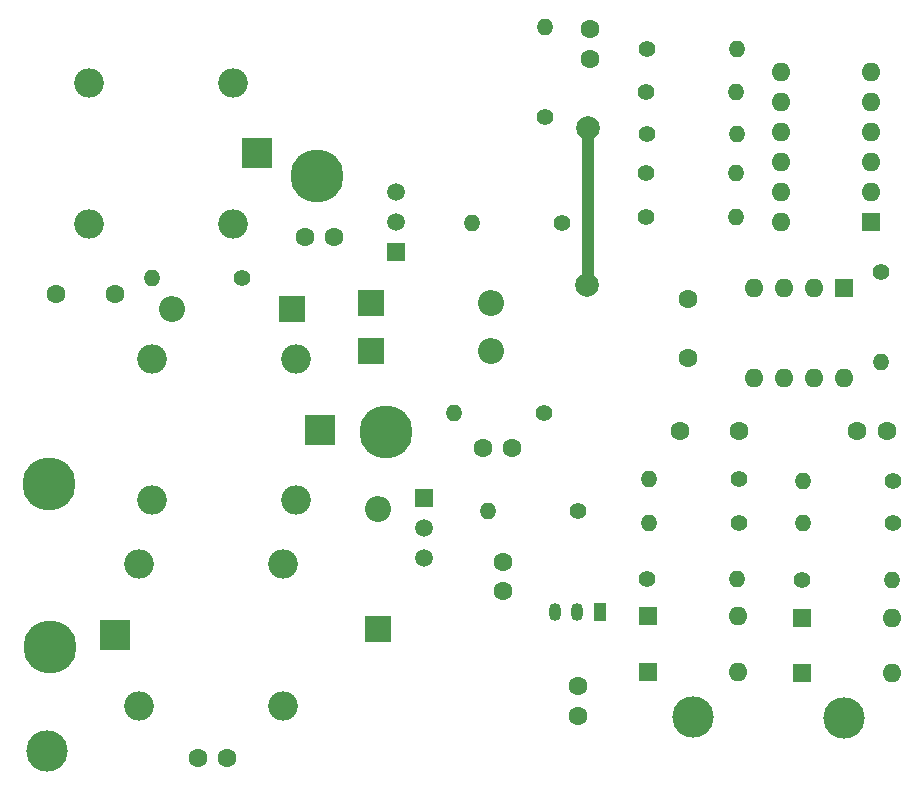
<source format=gbr>
G04 #@! TF.GenerationSoftware,KiCad,Pcbnew,5.1.4-e60b266~84~ubuntu18.04.1*
G04 #@! TF.CreationDate,2019-11-08T12:52:39-03:00*
G04 #@! TF.ProjectId,DriverConSensor,44726976-6572-4436-9f6e-53656e736f72,Ribelotta-Perren*
G04 #@! TF.SameCoordinates,Original*
G04 #@! TF.FileFunction,Copper,L1,Top*
G04 #@! TF.FilePolarity,Positive*
%FSLAX46Y46*%
G04 Gerber Fmt 4.6, Leading zero omitted, Abs format (unit mm)*
G04 Created by KiCad (PCBNEW 5.1.4-e60b266~84~ubuntu18.04.1) date 2019-11-08 12:52:39*
%MOMM*%
%LPD*%
G04 APERTURE LIST*
%ADD10O,2.500000X2.500000*%
%ADD11R,2.500000X2.500000*%
%ADD12C,1.600000*%
%ADD13O,1.050000X1.500000*%
%ADD14R,1.050000X1.500000*%
%ADD15C,1.998980*%
%ADD16R,2.200000X2.200000*%
%ADD17O,2.200000X2.200000*%
%ADD18R,1.600000X1.600000*%
%ADD19O,1.600000X1.600000*%
%ADD20C,3.500120*%
%ADD21C,4.500880*%
%ADD22R,1.500000X1.500000*%
%ADD23C,1.500000*%
%ADD24C,1.400000*%
%ADD25O,1.400000X1.400000*%
%ADD26C,1.000000*%
G04 APERTURE END LIST*
D10*
X137250000Y-105075000D03*
X125050000Y-105075000D03*
X125050000Y-93075000D03*
X137250000Y-93075000D03*
D11*
X139250000Y-99075000D03*
D10*
X131900000Y-81700000D03*
X119700000Y-81700000D03*
X119700000Y-69700000D03*
X131900000Y-69700000D03*
D11*
X133900000Y-75700000D03*
D10*
X123925000Y-110475000D03*
X136125000Y-110475000D03*
X136125000Y-122475000D03*
X123925000Y-122475000D03*
D11*
X121925000Y-116475000D03*
D12*
X121875000Y-87575000D03*
X116875000Y-87575000D03*
X170400000Y-88000000D03*
X170400000Y-93000000D03*
X174700000Y-99200000D03*
X169700000Y-99200000D03*
D13*
X161055000Y-114500000D03*
X159150000Y-114500000D03*
D14*
X162947300Y-114550800D03*
D15*
X161950000Y-73575000D03*
X161900000Y-86800000D03*
D16*
X143575000Y-88400000D03*
D17*
X153735000Y-88400000D03*
D12*
X128910000Y-126850000D03*
X131410000Y-126850000D03*
X187220000Y-99190000D03*
X184720000Y-99190000D03*
X153050000Y-100675000D03*
X155550000Y-100675000D03*
X137962000Y-82804000D03*
X140462000Y-82804000D03*
X154725000Y-110275000D03*
X154725000Y-112775000D03*
X161100000Y-120800000D03*
X161100000Y-123300000D03*
X162100000Y-67700000D03*
X162100000Y-65200000D03*
D18*
X180075000Y-119725000D03*
D19*
X187695000Y-119725000D03*
X174620000Y-119600000D03*
D18*
X167000000Y-119600000D03*
X180075000Y-115025000D03*
D19*
X187695000Y-115025000D03*
X174620000Y-114900000D03*
D18*
X167000000Y-114900000D03*
D17*
X126740000Y-88900000D03*
D16*
X136900000Y-88900000D03*
X143570000Y-92460000D03*
D17*
X153730000Y-92460000D03*
X144125000Y-105790000D03*
D16*
X144125000Y-115950000D03*
D20*
X183600000Y-123525000D03*
X170850000Y-123425000D03*
D21*
X144850000Y-99250000D03*
X139000000Y-77600000D03*
X116375000Y-117475000D03*
D20*
X116175000Y-126250000D03*
D21*
X116275000Y-103700000D03*
D22*
X145725000Y-84050000D03*
D23*
X145725000Y-78970000D03*
X145725000Y-81510000D03*
X148075000Y-107440000D03*
X148075000Y-109980000D03*
D22*
X148075000Y-104900000D03*
D24*
X180075000Y-111800000D03*
D25*
X187695000Y-111800000D03*
X180155000Y-107000000D03*
D24*
X187775000Y-107000000D03*
X187775000Y-103425000D03*
D25*
X180155000Y-103425000D03*
D24*
X166900000Y-111700000D03*
D25*
X174520000Y-111700000D03*
X167080000Y-103300000D03*
D24*
X174700000Y-103300000D03*
D25*
X167080000Y-107000000D03*
D24*
X174700000Y-107000000D03*
D25*
X152130000Y-81550000D03*
D24*
X159750000Y-81550000D03*
D25*
X153480000Y-106000000D03*
D24*
X161100000Y-106000000D03*
X158200000Y-97700000D03*
D25*
X150580000Y-97700000D03*
D24*
X132650000Y-86275000D03*
D25*
X125030000Y-86275000D03*
D24*
X158300000Y-72600000D03*
D25*
X158300000Y-64980000D03*
X186770000Y-93330000D03*
D24*
X186770000Y-85710000D03*
X166820000Y-81080000D03*
D25*
X174440000Y-81080000D03*
X174440000Y-77380000D03*
D24*
X166820000Y-77380000D03*
X166920000Y-74080000D03*
D25*
X174540000Y-74080000D03*
X174510000Y-70480000D03*
D24*
X166890000Y-70480000D03*
X166930000Y-66880000D03*
D25*
X174550000Y-66880000D03*
D18*
X185920000Y-81480000D03*
D19*
X178300000Y-68780000D03*
X185920000Y-78940000D03*
X178300000Y-71320000D03*
X185920000Y-76400000D03*
X178300000Y-73860000D03*
X185920000Y-73860000D03*
X178300000Y-76400000D03*
X185920000Y-71320000D03*
X178300000Y-78940000D03*
X185920000Y-68780000D03*
X178300000Y-81480000D03*
D18*
X183600000Y-87100000D03*
D19*
X175980000Y-94720000D03*
X181060000Y-87100000D03*
X178520000Y-94720000D03*
X178520000Y-87100000D03*
X181060000Y-94720000D03*
X175980000Y-87100000D03*
X183600000Y-94720000D03*
D26*
X161950000Y-86750000D02*
X161900000Y-86800000D01*
X161950000Y-73575000D02*
X161950000Y-86750000D01*
M02*

</source>
